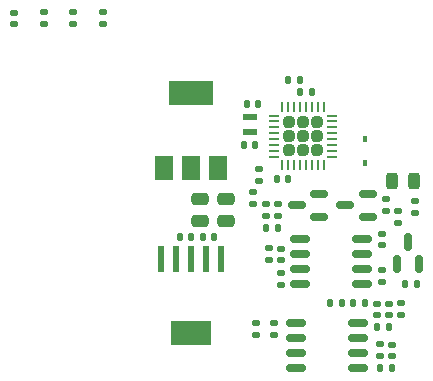
<source format=gbr>
%TF.GenerationSoftware,KiCad,Pcbnew,(6.0.0)*%
%TF.CreationDate,2022-05-03T19:57:31-07:00*%
%TF.ProjectId,well-depth-battery,77656c6c-2d64-4657-9074-682d62617474,1*%
%TF.SameCoordinates,Original*%
%TF.FileFunction,Paste,Top*%
%TF.FilePolarity,Positive*%
%FSLAX46Y46*%
G04 Gerber Fmt 4.6, Leading zero omitted, Abs format (unit mm)*
G04 Created by KiCad (PCBNEW (6.0.0)) date 2022-05-03 19:57:31*
%MOMM*%
%LPD*%
G01*
G04 APERTURE LIST*
G04 Aperture macros list*
%AMRoundRect*
0 Rectangle with rounded corners*
0 $1 Rounding radius*
0 $2 $3 $4 $5 $6 $7 $8 $9 X,Y pos of 4 corners*
0 Add a 4 corners polygon primitive as box body*
4,1,4,$2,$3,$4,$5,$6,$7,$8,$9,$2,$3,0*
0 Add four circle primitives for the rounded corners*
1,1,$1+$1,$2,$3*
1,1,$1+$1,$4,$5*
1,1,$1+$1,$6,$7*
1,1,$1+$1,$8,$9*
0 Add four rect primitives between the rounded corners*
20,1,$1+$1,$2,$3,$4,$5,0*
20,1,$1+$1,$4,$5,$6,$7,0*
20,1,$1+$1,$6,$7,$8,$9,0*
20,1,$1+$1,$8,$9,$2,$3,0*%
G04 Aperture macros list end*
%ADD10RoundRect,0.140000X0.140000X0.170000X-0.140000X0.170000X-0.140000X-0.170000X0.140000X-0.170000X0*%
%ADD11RoundRect,0.150000X0.587500X0.150000X-0.587500X0.150000X-0.587500X-0.150000X0.587500X-0.150000X0*%
%ADD12RoundRect,0.140000X0.170000X-0.140000X0.170000X0.140000X-0.170000X0.140000X-0.170000X-0.140000X0*%
%ADD13RoundRect,0.135000X0.185000X-0.135000X0.185000X0.135000X-0.185000X0.135000X-0.185000X-0.135000X0*%
%ADD14RoundRect,0.140000X-0.170000X0.140000X-0.170000X-0.140000X0.170000X-0.140000X0.170000X0.140000X0*%
%ADD15R,1.200000X0.600000*%
%ADD16RoundRect,0.250000X0.475000X-0.250000X0.475000X0.250000X-0.475000X0.250000X-0.475000X-0.250000X0*%
%ADD17RoundRect,0.135000X0.135000X0.185000X-0.135000X0.185000X-0.135000X-0.185000X0.135000X-0.185000X0*%
%ADD18RoundRect,0.140000X-0.140000X-0.170000X0.140000X-0.170000X0.140000X0.170000X-0.140000X0.170000X0*%
%ADD19R,0.600000X2.200000*%
%ADD20R,3.450000X2.150000*%
%ADD21R,0.450000X0.600000*%
%ADD22RoundRect,0.150000X-0.675000X-0.150000X0.675000X-0.150000X0.675000X0.150000X-0.675000X0.150000X0*%
%ADD23RoundRect,0.135000X-0.185000X0.135000X-0.185000X-0.135000X0.185000X-0.135000X0.185000X0.135000X0*%
%ADD24RoundRect,0.150000X0.150000X-0.587500X0.150000X0.587500X-0.150000X0.587500X-0.150000X-0.587500X0*%
%ADD25RoundRect,0.243750X0.243750X0.456250X-0.243750X0.456250X-0.243750X-0.456250X0.243750X-0.456250X0*%
%ADD26RoundRect,0.135000X-0.135000X-0.185000X0.135000X-0.185000X0.135000X0.185000X-0.135000X0.185000X0*%
%ADD27RoundRect,0.242500X-0.242500X-0.242500X0.242500X-0.242500X0.242500X0.242500X-0.242500X0.242500X0*%
%ADD28RoundRect,0.062500X-0.337500X-0.062500X0.337500X-0.062500X0.337500X0.062500X-0.337500X0.062500X0*%
%ADD29RoundRect,0.062500X-0.062500X-0.337500X0.062500X-0.337500X0.062500X0.337500X-0.062500X0.337500X0*%
%ADD30R,1.500000X2.000000*%
%ADD31R,3.800000X2.000000*%
G04 APERTURE END LIST*
D10*
%TO.C,C15*%
X88510000Y-99992500D03*
X87550000Y-99992500D03*
%TD*%
D11*
%TO.C,Q2*%
X103467500Y-98305000D03*
X103467500Y-96405000D03*
X101592500Y-97355000D03*
%TD*%
D10*
%TO.C,C19*%
X97730000Y-86750000D03*
X96770000Y-86750000D03*
%TD*%
D12*
%TO.C,C3*%
X94030000Y-108305000D03*
X94030000Y-107345000D03*
%TD*%
D13*
%TO.C,R1*%
X105030000Y-97865000D03*
X105030000Y-96845000D03*
%TD*%
D12*
%TO.C,C7*%
X104280000Y-106625000D03*
X104280000Y-105665000D03*
%TD*%
D13*
%TO.C,FB1*%
X94250000Y-95260000D03*
X94250000Y-94240000D03*
%TD*%
D14*
%TO.C,C9*%
X104655000Y-99770000D03*
X104655000Y-100730000D03*
%TD*%
D10*
%TO.C,C12*%
X93980000Y-92250000D03*
X93020000Y-92250000D03*
%TD*%
%TO.C,C6*%
X105260000Y-107625000D03*
X104300000Y-107625000D03*
%TD*%
D13*
%TO.C,R5*%
X78532000Y-82020000D03*
X78532000Y-81000000D03*
%TD*%
%TO.C,R8*%
X104530000Y-110125000D03*
X104530000Y-109105000D03*
%TD*%
D15*
%TO.C,Y1*%
X93500000Y-91100000D03*
X93500000Y-89900000D03*
%TD*%
D13*
%TO.C,R21*%
X106280000Y-106615000D03*
X106280000Y-105595000D03*
%TD*%
D16*
%TO.C,C13*%
X91500000Y-98700000D03*
X91500000Y-96800000D03*
%TD*%
%TO.C,C16*%
X89250000Y-98700000D03*
X89250000Y-96800000D03*
%TD*%
D17*
%TO.C,R2*%
X107672000Y-104000000D03*
X106652000Y-104000000D03*
%TD*%
D18*
%TO.C,C14*%
X89530000Y-99992500D03*
X90490000Y-99992500D03*
%TD*%
D12*
%TO.C,C8*%
X96100000Y-101980000D03*
X96100000Y-101020000D03*
%TD*%
D18*
%TO.C,C11*%
X93270000Y-88750000D03*
X94230000Y-88750000D03*
%TD*%
D19*
%TO.C,U6*%
X91050000Y-101855000D03*
X89780000Y-101855000D03*
X88510000Y-101855000D03*
X87240000Y-101855000D03*
X85970000Y-101855000D03*
D20*
X88510000Y-108155000D03*
%TD*%
D21*
%TO.C,D3*%
X103250000Y-91700000D03*
X103250000Y-93800000D03*
%TD*%
D22*
%TO.C,U2*%
X97780000Y-100200000D03*
X97780000Y-101470000D03*
X97780000Y-102740000D03*
X97780000Y-104010000D03*
X103030000Y-104010000D03*
X103030000Y-102740000D03*
X103030000Y-101470000D03*
X103030000Y-100200000D03*
%TD*%
D12*
%TO.C,C4*%
X105530000Y-110095000D03*
X105530000Y-109135000D03*
%TD*%
D23*
%TO.C,R19*%
X93750000Y-96240000D03*
X93750000Y-97260000D03*
%TD*%
D24*
%TO.C,Q1*%
X105960000Y-102325000D03*
X107860000Y-102325000D03*
X106910000Y-100450000D03*
%TD*%
D17*
%TO.C,R20*%
X105540000Y-111125000D03*
X104520000Y-111125000D03*
%TD*%
D13*
%TO.C,R3*%
X106030000Y-98865000D03*
X106030000Y-97845000D03*
%TD*%
D25*
%TO.C,D2*%
X107437500Y-95250000D03*
X105562500Y-95250000D03*
%TD*%
D12*
%TO.C,C2*%
X81032000Y-81980000D03*
X81032000Y-81020000D03*
%TD*%
D26*
%TO.C,R13*%
X102270000Y-105625000D03*
X103290000Y-105625000D03*
%TD*%
D12*
%TO.C,C1*%
X73532000Y-81990000D03*
X73532000Y-81030000D03*
%TD*%
D27*
%TO.C,U5*%
X96800000Y-92700000D03*
X99200000Y-90300000D03*
X98000000Y-92700000D03*
X98000000Y-91500000D03*
X99200000Y-92700000D03*
X99200000Y-91500000D03*
X98000000Y-90300000D03*
X96800000Y-90300000D03*
X96800000Y-91500000D03*
D28*
X95550000Y-89750000D03*
X95550000Y-90250000D03*
X95550000Y-90750000D03*
X95550000Y-91250000D03*
X95550000Y-91750000D03*
X95550000Y-92250000D03*
X95550000Y-92750000D03*
X95550000Y-93250000D03*
D29*
X96250000Y-93950000D03*
X96750000Y-93950000D03*
X97250000Y-93950000D03*
X97750000Y-93950000D03*
X98250000Y-93950000D03*
X98750000Y-93950000D03*
X99250000Y-93950000D03*
X99750000Y-93950000D03*
D28*
X100450000Y-93250000D03*
X100450000Y-92750000D03*
X100450000Y-92250000D03*
X100450000Y-91750000D03*
X100450000Y-91250000D03*
X100450000Y-90750000D03*
X100450000Y-90250000D03*
X100450000Y-89750000D03*
D29*
X99750000Y-89050000D03*
X99250000Y-89050000D03*
X98750000Y-89050000D03*
X98250000Y-89050000D03*
X97750000Y-89050000D03*
X97250000Y-89050000D03*
X96750000Y-89050000D03*
X96250000Y-89050000D03*
%TD*%
D17*
%TO.C,R17*%
X95915000Y-99250000D03*
X94895000Y-99250000D03*
%TD*%
D23*
%TO.C,R16*%
X107500000Y-96990000D03*
X107500000Y-98010000D03*
%TD*%
D10*
%TO.C,C17*%
X98730000Y-87750000D03*
X97770000Y-87750000D03*
%TD*%
D23*
%TO.C,R7*%
X95530000Y-107315000D03*
X95530000Y-108335000D03*
%TD*%
D12*
%TO.C,C5*%
X105280000Y-106625000D03*
X105280000Y-105665000D03*
%TD*%
D13*
%TO.C,R14*%
X95100000Y-102010000D03*
X95100000Y-100990000D03*
%TD*%
%TO.C,R18*%
X95905000Y-98260000D03*
X95905000Y-97240000D03*
%TD*%
D12*
%TO.C,C10*%
X94905000Y-98230000D03*
X94905000Y-97270000D03*
%TD*%
D13*
%TO.C,R6*%
X104680000Y-103865000D03*
X104680000Y-102845000D03*
%TD*%
D26*
%TO.C,R12*%
X100270000Y-105625000D03*
X101290000Y-105625000D03*
%TD*%
D13*
%TO.C,R11*%
X96100000Y-104110000D03*
X96100000Y-103090000D03*
%TD*%
D10*
%TO.C,C18*%
X96730000Y-95100000D03*
X95770000Y-95100000D03*
%TD*%
D13*
%TO.C,R4*%
X76032000Y-82010000D03*
X76032000Y-80990000D03*
%TD*%
D30*
%TO.C,U4*%
X86200000Y-94150000D03*
X88500000Y-94150000D03*
D31*
X88500000Y-87850000D03*
D30*
X90800000Y-94150000D03*
%TD*%
D22*
%TO.C,U1*%
X97375000Y-107345000D03*
X97375000Y-108615000D03*
X97375000Y-109885000D03*
X97375000Y-111155000D03*
X102625000Y-111155000D03*
X102625000Y-109885000D03*
X102625000Y-108615000D03*
X102625000Y-107345000D03*
%TD*%
D11*
%TO.C,U3*%
X99342500Y-98305000D03*
X99342500Y-96405000D03*
X97467500Y-97355000D03*
%TD*%
M02*

</source>
